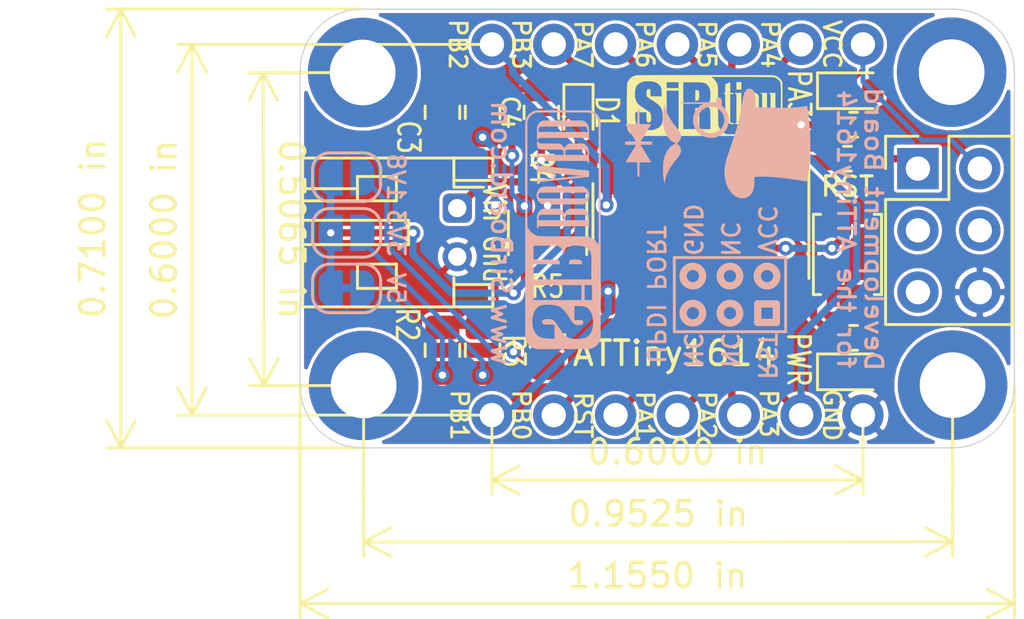
<source format=kicad_pcb>
(kicad_pcb (version 20171130) (host pcbnew "(5.1.2)-2")
  (layers (0 F.Cu signal) (31 B.Cu signal) (34 B.Paste user hide) (35 F.Paste user hide) (36 B.SilkS user) (37 F.SilkS user) (38 B.Mask user) (39 F.Mask user) (44 Edge.Cuts user))
  (net 0 "")
  (net 1 "Net-(PWR1-Pad2)")
  (net 2 VCC)
  (net 3 VIN)
  (net 4 GND)
  (net 5 RST)
  (net 6 "Net-(1V8-Pad2)")
  (net 7 "Net-(1V8-Pad1)")
  (net 8 "Net-(3V3-Pad2)")
  (net 9 "Net-(5V1-Pad1)")
  (net 10 "Net-(C3-Pad1)")
  (net 11 PA1)
  (net 12 PA7)
  (net 13 PA6)
  (net 14 PA2)
  (net 15 PA3)
  (net 16 "Net-(J4-Pad5)")
  (net 17 "Net-(J4-Pad4)")
  (net 18 "Net-(J4-Pad3)")
  (net 19 "Net-(PWR2-Pad2)")
  (net 20 PB2)
  (net 21 PB3)
  (net 22 PA5)
  (net 23 PA4)
  (net 24 PB1)
  (net 25 PB0)
  (module Resistor_SMD:R_0805_2012Metric (layer F.Cu) (at 106.807 112.014 270)
    (fp_text reference R2 (at -1.0668 1.4478 270 unlocked) (layer F.SilkS) (effects (font (size 0.9 0.7) (thickness 0.12))))
    (fp_text value 33K)
    (pad 2 smd roundrect (at 0.9375 0 270) (size 0.975 1.4) (layers F.Cu F.Paste F.Mask) (net 9 "Net-(5V1-Pad1)"))
    (pad 1 smd roundrect (at -0.9375 0 270) (size 0.975 1.4) (layers F.Cu F.Paste F.Mask) (net 2 VCC))
  )
  (module Resistor_SMD:R_0805_2012Metric (layer F.Cu) (at 108.458 112.014 270)
    (fp_text reference R3 (at 0.0254 -1.27 270 unlocked) (layer F.SilkS) (effects (font (size 0.9 0.7) (thickness 0.12))))
    (fp_text value 60K)
    (pad 2 smd roundrect (at 0.9375 0 270) (size 0.975 1.4) (layers F.Cu F.Paste F.Mask) (net 8 "Net-(3V3-Pad2)"))
    (pad 1 smd roundrect (at -0.9375 0 270) (size 0.975 1.4) (layers F.Cu F.Paste F.Mask) (net 2 VCC))
  )
  (module Resistor_SMD:R_0805_2012Metric (layer F.Cu) (at 110.871 102.235 90)
    (fp_text reference R4 (at -2.286 0 270 unlocked) (layer F.SilkS) (effects (font (size 0.9 0.7) (thickness 0.12))))
    (fp_text value 100K)
    (pad 2 smd roundrect (at 0.9375 0 90) (size 0.975 1.4) (layers F.Cu F.Paste F.Mask) (net 4 GND))
    (pad 1 smd roundrect (at -0.9375 0 90) (size 0.975 1.4) (layers F.Cu F.Paste F.Mask) (net 7 "Net-(1V8-Pad1)"))
  )
  (module Capacitor_SMD:C_0805_2012Metric (layer F.Cu) (at 108.458 102.235 90)
    (fp_text reference C4 (at 0 1.143 270 unlocked) (layer F.SilkS) (effects (font (size 0.7 0.7) (thickness 0.12))))
    (fp_text value 1uF)
    (pad 2 smd roundrect (at 0.9375 0 90) (size 0.975 1.4) (layers F.Cu F.Paste F.Mask) (net 4 GND))
    (pad 1 smd roundrect (at -0.9375 0 90) (size 0.975 1.4) (layers F.Cu F.Paste F.Mask) (net 2 VCC))
  )
  (module Capacitor_SMD:C_0805_2012Metric (layer F.Cu) (at 106.807 102.235 90)
    (fp_text reference C3 (at -1.016 -1.397 270 unlocked) (layer F.SilkS) (effects (font (size 0.9 0.7) (thickness 0.12))))
    (fp_text value 2.2uF)
    (pad 2 smd roundrect (at 0.9375 0 90) (size 0.975 1.4) (layers F.Cu F.Paste F.Mask) (net 4 GND))
    (pad 1 smd roundrect (at -0.9375 0 90) (size 0.975 1.4) (layers F.Cu F.Paste F.Mask) (net 10 "Net-(C3-Pad1)"))
  )
  (module Connector_PinHeader_2.54mm:PinHeader_1x07_P2.54mm_Vertical (layer B.Cu) (at 124.079 114.681 90)
    (fp_text reference J3 hide)
    (fp_text value Conn_01x07)
    (pad 7 thru_hole oval (at 0 -15.24 90) (size 1.7 1.7) (drill 1) (layers *.Cu *.Mask) (net 24 PB1))
    (pad 6 thru_hole oval (at 0 -12.7 90) (size 1.7 1.7) (drill 1) (layers *.Cu *.Mask) (net 25 PB0))
    (pad 5 thru_hole oval (at 0 -10.16 90) (size 1.7 1.7) (drill 1) (layers *.Cu *.Mask) (net 5 RST))
    (pad 4 thru_hole oval (at 0 -7.62 90) (size 1.7 1.7) (drill 1) (layers *.Cu *.Mask) (net 11 PA1))
    (pad 3 thru_hole oval (at 0 -5.08 90) (size 1.7 1.7) (drill 1) (layers *.Cu *.Mask) (net 14 PA2))
    (pad 2 thru_hole oval (at 0 -2.54 90) (size 1.7 1.7) (drill 1) (layers *.Cu *.Mask) (net 15 PA3))
    (pad 1 thru_hole circle (at 0 0 90) (size 1.7 1.7) (drill 1) (layers *.Cu *.Mask) (net 4 GND))
  )
  (module Connector_PinHeader_2.54mm:PinHeader_1x07_P2.54mm_Vertical (layer B.Cu) (at 124.079 99.441 90)
    (fp_text reference J1 hide)
    (fp_text value Conn_01x07)
    (pad 7 thru_hole oval (at 0 -15.24 90) (size 1.7 1.7) (drill 1) (layers *.Cu *.Mask) (net 20 PB2))
    (pad 6 thru_hole oval (at 0 -12.7 90) (size 1.7 1.7) (drill 1) (layers *.Cu *.Mask) (net 21 PB3))
    (pad 5 thru_hole oval (at 0 -10.16 90) (size 1.7 1.7) (drill 1) (layers *.Cu *.Mask) (net 12 PA7))
    (pad 4 thru_hole oval (at 0 -7.62 90) (size 1.7 1.7) (drill 1) (layers *.Cu *.Mask) (net 13 PA6))
    (pad 3 thru_hole oval (at 0 -5.08 90) (size 1.7 1.7) (drill 1) (layers *.Cu *.Mask) (net 22 PA5))
    (pad 2 thru_hole oval (at 0 -2.54 90) (size 1.7 1.7) (drill 1) (layers *.Cu *.Mask) (net 23 PA4))
    (pad 1 thru_hole circle (at 0 0 90) (size 1.7 1.7) (drill 1) (layers *.Cu *.Mask) (net 2 VCC))
  )
  (module logo:logo76x107 (layer B.Cu) (at 118.11 103.505 90)
    (fp_text reference G*** hide)
    (fp_text value LOGO hide)
  )
  (module MountingHole:MountingHole_2.7mm_M2.5_ISO7380_Pad (layer F.Cu) (at 103.5685 113.4618 270)
    (fp_text reference REF** hide)
    (fp_text value MountingHole_2.7mm_M2.5_ISO7380_Pad)
    (pad 1 thru_hole circle (at 0 0 270) (size 4.5 4.5) (drill 2.7) (layers *.Cu *.Mask))
  )
  (module MountingHole:MountingHole_2.7mm_M2.5_ISO7380_Pad (layer F.Cu) (at 103.5304 100.5967 270)
    (fp_text reference REF** hide)
    (fp_text value MountingHole_2.7mm_M2.5_ISO7380_Pad)
    (pad 1 thru_hole circle (at 0 0 270) (size 4.5 4.5) (drill 2.7) (layers *.Cu *.Mask))
  )
  (module Package_SO:SOIC-14_3.9x8.7mm_P1.27mm (layer F.Cu) (at 117.4242 107.1118 270)
    (fp_text reference ATTiny1614 (at 5.0292 1.0922) (layer F.SilkS))
    (fp_text value ATtiny1614-SS)
    (pad 14 smd roundrect (at 2.475 -3.81 270) (size 1.95 0.6) (layers F.Cu F.Paste F.Mask) (net 4 GND))
    (pad 13 smd roundrect (at 2.475 -2.54 270) (size 1.95 0.6) (layers F.Cu F.Paste F.Mask) (net 15 PA3))
    (pad 12 smd roundrect (at 2.475 -1.27 270) (size 1.95 0.6) (layers F.Cu F.Paste F.Mask) (net 14 PA2))
    (pad 11 smd roundrect (at 2.475 0 270) (size 1.95 0.6) (layers F.Cu F.Paste F.Mask) (net 11 PA1))
    (pad 10 smd roundrect (at 2.475 1.27 270) (size 1.95 0.6) (layers F.Cu F.Paste F.Mask) (net 5 RST))
    (pad 9 smd roundrect (at 2.475 2.54 270) (size 1.95 0.6) (layers F.Cu F.Paste F.Mask) (net 25 PB0))
    (pad 8 smd roundrect (at 2.475 3.81 270) (size 1.95 0.6) (layers F.Cu F.Paste F.Mask) (net 24 PB1))
    (pad 7 smd roundrect (at -2.475 3.81 270) (size 1.95 0.6) (layers F.Cu F.Paste F.Mask) (net 20 PB2))
    (pad 6 smd roundrect (at -2.475 2.54 270) (size 1.95 0.6) (layers F.Cu F.Paste F.Mask) (net 21 PB3))
    (pad 5 smd roundrect (at -2.475 1.27 270) (size 1.95 0.6) (layers F.Cu F.Paste F.Mask) (net 12 PA7))
    (pad 4 smd roundrect (at -2.475 0 270) (size 1.95 0.6) (layers F.Cu F.Paste F.Mask) (net 13 PA6))
    (pad 3 smd roundrect (at -2.475 -1.27 270) (size 1.95 0.6) (layers F.Cu F.Paste F.Mask) (net 22 PA5))
    (pad 2 smd roundrect (at -2.475 -2.54 270) (size 1.95 0.6) (layers F.Cu F.Paste F.Mask) (net 23 PA4))
    (pad 1 smd roundrect (at -2.475 -3.81 270) (size 1.95 0.6) (layers F.Cu F.Paste F.Mask) (net 2 VCC))
  )
  (module Jumper:SolderJumper-2_P1.3mm_Bridged_RoundedPad1.0x1.5mm (layer B.Cu) (at 102.87 109.474 180)
    (fp_text reference 5V (at -2.032 0 270 unlocked) (layer B.SilkS) (effects (font (size 0.7 0.7) (thickness 0.12)) (justify mirror)))
    (fp_text value SolderJumper_2_Bridged)
    (fp_poly (pts (xy 0.25 0.1778) (xy -0.25 0.1778) (xy -0.25 -0.1524) (xy 0.25 -0.1524)) (layer B.Cu) (width 0))
    (pad 1 smd custom (at -0.65 0 180) (size 1 0.5) (layers B.Cu B.Mask) (net 9 "Net-(5V1-Pad1)") (options (clearance outline) (anchor rect)) (primitives (gr_circle (center 0 -0.25) (end 0.5 -0.25) (width 0)) (gr_circle (center 0 0.25) (end 0.5 0.25) (width 0)) (gr_poly (pts (xy 0 0.75) (xy 0.5 0.75) (xy 0.5 -0.75) (xy 0 -0.75)) (width 0))))
    (pad 2 smd custom (at 0.65 0 180) (size 1 0.5) (layers B.Cu B.Mask) (net 7 "Net-(1V8-Pad1)") (options (clearance outline) (anchor rect)) (primitives (gr_circle (center 0 -0.25) (end 0.5 -0.25) (width 0)) (gr_circle (center 0 0.25) (end 0.5 0.25) (width 0)) (gr_poly (pts (xy 0 0.75) (xy -0.5 0.75) (xy -0.5 -0.75) (xy 0 -0.75)) (width 0))))
  )
  (module Connector_PinHeader_2.54mm:PinHeader_2x03_P2.54mm_Vertical (layer F.Cu) (at 126.3396 104.5464)
    (fp_text reference J4 hide)
    (fp_text value ISP6)
    (pad 6 thru_hole oval (at 2.54 5.08) (size 1.7 1.7) (drill 1) (layers *.Cu *.Mask) (net 4 GND))
    (pad 5 thru_hole oval (at 0 5.08) (size 1.7 1.7) (drill 1) (layers *.Cu *.Mask) (net 16 "Net-(J4-Pad5)"))
    (pad 4 thru_hole oval (at 2.54 2.54) (size 1.7 1.7) (drill 1) (layers *.Cu *.Mask) (net 17 "Net-(J4-Pad4)"))
    (pad 3 thru_hole oval (at 0 2.54) (size 1.7 1.7) (drill 1) (layers *.Cu *.Mask) (net 18 "Net-(J4-Pad3)"))
    (pad 2 thru_hole oval (at 2.54 0) (size 1.7 1.7) (drill 1) (layers *.Cu *.Mask) (net 2 VCC))
    (pad 1 thru_hole rect (at 0 0) (size 1.7 1.7) (drill 1) (layers *.Cu *.Mask) (net 5 RST))
  )
  (module Resistor_SMD:R_0603_1608Metric (layer F.Cu) (at 123.698 102.743)
    (fp_text reference R6 hide)
    (fp_text value 1k)
    (pad 2 smd roundrect (at 0.7875 0) (size 0.875 0.95) (layers F.Cu F.Paste F.Mask) (net 19 "Net-(PWR2-Pad2)"))
    (pad 1 smd roundrect (at -0.7875 0) (size 0.875 0.95) (layers F.Cu F.Paste F.Mask) (net 15 PA3))
  )
  (module LED_SMD:LED_0603_1608Metric (layer F.Cu) (at 123.698 101.346)
    (fp_text reference PA3 (at -2.2352 0.127 270 unlocked) (layer F.SilkS) (effects (font (size 0.9 0.7) (thickness 0.12))))
    (fp_text value SFH460)
    (pad 1 smd roundrect (at -0.7875 0) (size 0.875 0.95) (layers F.Cu F.Paste F.Mask) (net 4 GND))
    (pad 2 smd roundrect (at 0.7875 0) (size 0.875 0.95) (layers F.Cu F.Paste F.Mask) (net 19 "Net-(PWR2-Pad2)"))
  )
  (module Connector_JST:JST_PH_S2B-PH-K_1x02_P2.00mm_Horizontal (layer F.Cu) (at 107.4166 106.172 270)
    (fp_text reference "Vin Gnd" (at 1.0414 -1.524 270 unlocked) (layer F.SilkS) (effects (font (size 0.9 0.7) (thickness 0.12))))
    (fp_text value Conn_01x02)
    (pad 2 thru_hole circle (at 2 0 270) (size 1.2 1.2) (drill 0.75) (layers *.Cu *.Mask) (net 4 GND))
    (pad 1 thru_hole roundrect (at 0 0 270) (size 1.2 1.2) (drill 0.75) (layers *.Cu *.Mask) (roundrect_rratio 0.208) (net 3 VIN))
  )
  (module Package_TO_SOT_SMD:SOT-23-5 (layer F.Cu) (at 111.125 107.188 270)
    (fp_text reference U1 hide)
    (fp_text value AP2204K-ADJ)
    (pad 5 smd rect (at 1.1 -0.95 270) (size 1.06 0.65) (layers F.Cu F.Paste F.Mask) (net 2 VCC))
    (pad 4 smd rect (at 1.1 0.95 270) (size 1.06 0.65) (layers F.Cu F.Paste F.Mask) (net 7 "Net-(1V8-Pad1)"))
    (pad 3 smd rect (at -1.1 0.95 270) (size 1.06 0.65) (layers F.Cu F.Paste F.Mask) (net 10 "Net-(C3-Pad1)"))
    (pad 2 smd rect (at -1.1 0 270) (size 1.06 0.65) (layers F.Cu F.Paste F.Mask) (net 4 GND))
    (pad 1 smd rect (at -1.1 -0.95 270) (size 1.06 0.65) (layers F.Cu F.Paste F.Mask) (net 10 "Net-(C3-Pad1)"))
  )
  (module MountingHole:MountingHole_2.7mm_M2.5_ISO7380_Pad (layer F.Cu) (at 127.7239 100.584 270)
    (fp_text reference REF** hide)
    (fp_text value MountingHole_2.7mm_M2.5_ISO7380_Pad)
    (pad 1 thru_hole circle (at 0 0 270) (size 4.5 4.5) (drill 2.7) (layers *.Cu *.Mask))
  )
  (module MountingHole:MountingHole_2.7mm_M2.5_ISO7380_Pad (layer F.Cu) (at 127.762 113.4491 270)
    (fp_text reference REF** hide)
    (fp_text value MountingHole_2.7mm_M2.5_ISO7380_Pad)
    (pad 1 thru_hole circle (at 0 0 270) (size 4.5 4.5) (drill 2.7) (layers *.Cu *.Mask))
  )
  (module Button_Switch_SMD:SW_SPST_B3U-1000P (layer F.Cu) (at 123.444 108.077 270)
    (fp_text reference RST (at -2.794 0) (layer F.SilkS) (effects (font (size 0.8 0.8) (thickness 0.13))))
    (fp_text value RST)
    (pad 2 smd rect (at 1.7 0 270) (size 0.9 1.7) (layers F.Cu F.Paste F.Mask) (net 4 GND))
    (pad 1 smd rect (at -1.7 0 270) (size 0.9 1.7) (layers F.Cu F.Paste F.Mask) (net 5 RST))
  )
  (module Resistor_SMD:R_0603_1608Metric (layer F.Cu) (at 123.698 111.506)
    (fp_text reference R7 hide)
    (fp_text value 1k)
    (pad 2 smd roundrect (at 0.7875 0) (size 0.875 0.95) (layers F.Cu F.Paste F.Mask) (net 1 "Net-(PWR1-Pad2)"))
    (pad 1 smd roundrect (at -0.7875 0) (size 0.875 0.95) (layers F.Cu F.Paste F.Mask) (net 2 VCC))
  )
  (module Resistor_SMD:R_0805_2012Metric_Pad1.15x1.40mm_HandSolder (layer F.Cu) (at 111.125 111.633 270)
    (fp_text reference R5 (at -2.2352 0 unlocked) (layer F.SilkS) (effects (font (size 0.9 0.7) (thickness 0.12))))
    (fp_text value 220K)
    (pad 2 smd roundrect (at 1.025 0 270) (size 1.15 1.4) (layers F.Cu F.Paste F.Mask) (roundrect_rratio 0.217391) (net 6 "Net-(1V8-Pad2)"))
    (pad 1 smd roundrect (at -1.025 0 270) (size 1.15 1.4) (layers F.Cu F.Paste F.Mask) (roundrect_rratio 0.217391) (net 2 VCC))
  )
  (module Resistor_SMD:R_0603_1608Metric (layer F.Cu) (at 123.444 104.14 180)
    (fp_text reference R1 hide)
    (fp_text value 10k)
    (pad 2 smd roundrect (at 0.7875 0 180) (size 0.875 0.95) (layers F.Cu F.Paste F.Mask) (net 2 VCC))
    (pad 1 smd roundrect (at -0.7875 0 180) (size 0.875 0.95) (layers F.Cu F.Paste F.Mask) (net 5 RST))
  )
  (module LED_SMD:LED_0603_1608Metric (layer F.Cu) (at 123.698 112.903)
    (fp_text reference PWR (at -2.2606 -0.508 270 unlocked) (layer F.SilkS) (effects (font (size 0.9 0.7) (thickness 0.12))))
    (fp_text value SFH460)
    (pad 2 smd roundrect (at 0.7875 0) (size 0.875 0.95) (layers F.Cu F.Paste F.Mask) (net 1 "Net-(PWR1-Pad2)"))
    (pad 1 smd roundrect (at -0.7875 0) (size 0.875 0.95) (layers F.Cu F.Paste F.Mask) (net 4 GND))
  )
  (module Diode_SMD:D_SOD-523 (layer F.Cu) (at 112.395 102.235 270)
    (fp_text reference D1 (at 0 -1.1684 270 unlocked) (layer F.SilkS) (effects (font (size 0.9 0.7) (thickness 0.12))))
    (fp_text value 1N4148WT)
    (pad 1 smd rect (at -0.7 0 90) (size 0.6 0.7) (layers F.Cu F.Paste F.Mask) (net 10 "Net-(C3-Pad1)"))
    (pad 2 smd rect (at 0.7 0 90) (size 0.6 0.7) (layers F.Cu F.Paste F.Mask) (net 3 VIN))
  )
  (module Jumper:SolderJumper-2_P1.3mm_Open_RoundedPad1.0x1.5mm (layer B.Cu) (at 102.87 107.188)
    (fp_text reference 3V3 (at 2.032 0 270 unlocked) (layer B.SilkS) (effects (font (size 0.7 0.7) (thickness 0.12)) (justify mirror)))
    (fp_text value SolderJumper_2_Open)
    (pad 2 smd custom (at 0.65 0) (size 1 0.5) (layers B.Cu B.Mask) (net 8 "Net-(3V3-Pad2)") (options (clearance outline) (anchor rect)) (primitives (gr_circle (center 0 -0.25) (end 0.5 -0.25) (width 0)) (gr_circle (center 0 0.25) (end 0.5 0.25) (width 0)) (gr_poly (pts (xy 0 0.75) (xy -0.5 0.75) (xy -0.5 -0.75) (xy 0 -0.75)) (width 0))))
    (pad 1 smd custom (at -0.65 0) (size 1 0.5) (layers B.Cu B.Mask) (net 7 "Net-(1V8-Pad1)") (options (clearance outline) (anchor rect)) (primitives (gr_circle (center 0 -0.25) (end 0.5 -0.25) (width 0)) (gr_circle (center 0 0.25) (end 0.5 0.25) (width 0)) (gr_poly (pts (xy 0 0.75) (xy 0.5 0.75) (xy 0.5 -0.75) (xy 0 -0.75)) (width 0))))
  )
  (module Jumper:SolderJumper-2_P1.3mm_Open_RoundedPad1.0x1.5mm (layer B.Cu) (at 102.87 104.902)
    (fp_text reference 1V8 (at 2.032 0 270 unlocked) (layer B.SilkS) (effects (font (size 0.7 0.7) (thickness 0.12)) (justify mirror)))
    (fp_text value SolderJumper_2_Open)
    (pad 2 smd custom (at 0.65 0) (size 1 0.5) (layers B.Cu B.Mask) (net 6 "Net-(1V8-Pad2)") (options (clearance outline) (anchor rect)) (primitives (gr_circle (center 0 -0.25) (end 0.5 -0.25) (width 0)) (gr_circle (center 0 0.25) (end 0.5 0.25) (width 0)) (gr_poly (pts (xy 0 0.75) (xy -0.5 0.75) (xy -0.5 -0.75) (xy 0 -0.75)) (width 0))))
    (pad 1 smd custom (at -0.65 0) (size 1 0.5) (layers B.Cu B.Mask) (net 7 "Net-(1V8-Pad1)") (options (clearance outline) (anchor rect)) (primitives (gr_circle (center 0 -0.25) (end 0.5 -0.25) (width 0)) (gr_circle (center 0 0.25) (end 0.5 0.25) (width 0)) (gr_poly (pts (xy 0 0.75) (xy 0.5 0.75) (xy 0.5 -0.75) (xy 0 -0.75)) (width 0))))
  )
  (module logo:SirBoard98x31 (layer B.Cu) (at 111.76 107.061 90)
    (fp_text reference G*** hide)
    (fp_text value LOGO hide)
  )
  (module logo:SirTinyV2_64x25 (layer F.Cu) (at 117.5766 101.9556)
    (fp_text reference G*** hide)
    (fp_text value LOGO hide)
  )
  (dimension 15.24 (width 0.12) (layer F.SilkS) (gr_text "15.240 mm" (at 95.25 107.061 270) (layer F.SilkS) (effects (font (size 1 1) (thickness 0.15)) hide)) (feature1 (pts (xy 108.839 114.681) (xy 95.933579 114.681))) (feature2 (pts (xy 108.839 99.441) (xy 95.933579 99.441))) (crossbar (pts (xy 96.52 99.441) (xy 96.52 114.681))) (arrow1a (pts (xy 96.52 114.681) (xy 95.933579 113.554496))) (arrow1b (pts (xy 96.52 114.681) (xy 97.106421 113.554496))) (arrow2a (pts (xy 96.52 99.441) (xy 95.933579 100.567504))) (arrow2b (pts (xy 96.52 99.441) (xy 97.106421 100.567504))))
  (dimension 12.865156 (width 0.12) (layer F.SilkS) (gr_text "12.865 mm" (at 98.190023 107.045122 270.2) (layer F.SilkS) (effects (font (size 1 1) (thickness 0.15)) hide)) (feature1 (pts (xy 103.5685 113.4618) (xy 98.892649 113.475648))) (feature2 (pts (xy 103.5304 100.5967) (xy 98.854549 100.610548))) (crossbar (pts (xy 99.440967 100.608811) (xy 99.479067 113.473911))) (arrow1a (pts (xy 99.479067 113.473911) (xy 98.889313 112.349149))) (arrow1b (pts (xy 99.479067 113.473911) (xy 100.062149 112.345676))) (arrow2a (pts (xy 99.440967 100.608811) (xy 98.857885 101.737046))) (arrow2b (pts (xy 99.440967 100.608811) (xy 100.030721 101.733573))))
  (dimension 18.034 (width 0.12) (layer F.SilkS) (gr_text "18.034 mm" (at 92.329 107.0102 270) (layer F.SilkS) (effects (font (size 1 1) (thickness 0.15)) hide)) (feature1 (pts (xy 103.505 116.0272) (xy 93.012579 116.0272))) (feature2 (pts (xy 103.505 97.9932) (xy 93.012579 97.9932))) (crossbar (pts (xy 93.599 97.9932) (xy 93.599 116.0272))) (arrow1a (pts (xy 93.599 116.0272) (xy 93.012579 114.900696))) (arrow1b (pts (xy 93.599 116.0272) (xy 94.185421 114.900696))) (arrow2a (pts (xy 93.599 97.9932) (xy 93.012579 99.119704))) (arrow2b (pts (xy 93.599 97.9932) (xy 94.185421 99.119704))))
  (dimension 29.337 (width 0.12) (layer F.SilkS) (gr_text "29.337 mm" (at 115.6335 123.698) (layer F.SilkS) (effects (font (size 1 1) (thickness 0.15)) hide)) (feature1 (pts (xy 130.302 113.4872) (xy 130.302 123.014421))) (feature2 (pts (xy 100.965 113.4872) (xy 100.965 123.014421))) (crossbar (pts (xy 100.965 122.428) (xy 130.302 122.428))) (arrow1a (pts (xy 130.302 122.428) (xy 129.175496 123.014421))) (arrow1b (pts (xy 130.302 122.428) (xy 129.175496 121.841579))) (arrow2a (pts (xy 100.965 122.428) (xy 102.091504 123.014421))) (arrow2b (pts (xy 100.965 122.428) (xy 102.091504 121.841579))))
  (dimension 24.193503 (width 0.12) (layer F.SilkS) (gr_text "24.194 mm" (at 115.669297 121.163681) (layer F.SilkS) (effects (font (size 1 1) (thickness 0.15)) hide)) (feature1 (pts (xy 127.762 113.4491) (xy 127.765687 120.473752))) (feature2 (pts (xy 103.5685 113.4618) (xy 103.572187 120.486452))) (crossbar (pts (xy 103.57188 119.900031) (xy 127.76538 119.887331))) (arrow1a (pts (xy 127.76538 119.887331) (xy 126.639184 120.474343))) (arrow1b (pts (xy 127.76538 119.887331) (xy 126.638569 119.301502))) (arrow2a (pts (xy 103.57188 119.900031) (xy 104.698691 120.48586))) (arrow2b (pts (xy 103.57188 119.900031) (xy 104.698076 119.313019))))
  (dimension 15.24 (width 0.12) (layer F.SilkS) (gr_text "15.240 mm" (at 116.459 118.618) (layer F.SilkS) (effects (font (size 1 1) (thickness 0.15)) hide)) (feature1 (pts (xy 124.079 114.681) (xy 124.079 117.934421))) (feature2 (pts (xy 108.839 114.681) (xy 108.839 117.934421))) (crossbar (pts (xy 108.839 117.348) (xy 124.079 117.348))) (arrow1a (pts (xy 124.079 117.348) (xy 122.952496 117.934421))) (arrow1b (pts (xy 124.079 117.348) (xy 122.952496 116.761579))) (arrow2a (pts (xy 108.839 117.348) (xy 109.965504 117.934421))) (arrow2b (pts (xy 108.839 117.348) (xy 109.965504 116.761579))))
  (gr_line (start 116.332 108.204) (end 120.904 108.204) (layer B.SilkS) (width 0.12))
  (gr_line (start 116.332 111.252) (end 116.332 108.204) (layer B.SilkS) (width 0.12))
  (gr_line (start 120.904 111.252) (end 116.332 111.252) (layer B.SilkS) (width 0.12))
  (gr_line (start 120.904 108.204) (end 120.904 111.252) (layer B.SilkS) (width 0.12))
  (gr_text "UPDI PORT" (at 115.57 109.728 270) (layer B.SilkS) (effects (font (size 0.7 0.7) (thickness 0.12)) (justify mirror)))
  (gr_text NC (at 118.618 112.014 270) (layer B.SilkS) (effects (font (size 0.7 0.7) (thickness 0.12)) (justify mirror)))
  (gr_text NC (at 117.094 112.014 270) (layer B.SilkS) (effects (font (size 0.7 0.7) (thickness 0.12)) (justify mirror)))
  (gr_text NC (at 118.618 107.442 270) (layer B.SilkS) (effects (font (size 0.7 0.7) (thickness 0.12)) (justify mirror)))
  (gr_text GND (at 117.094 107.061 270) (layer B.SilkS) (effects (font (size 0.7 0.7) (thickness 0.12)) (justify mirror)))
  (gr_text VCC (at 120.142 107.061 270) (layer B.SilkS) (effects (font (size 0.7 0.7) (thickness 0.12)) (justify mirror)))
  (gr_text RST (at 120.142 112.268 270) (layer B.SilkS) (effects (font (size 0.7 0.7) (thickness 0.12)) (justify mirror)))
  (gr_line (start 119.761 110.109) (end 120.523 110.109) (layer B.SilkS) (width 0.3))
  (gr_line (start 119.761 110.871) (end 119.761 110.109) (layer B.SilkS) (width 0.3))
  (gr_line (start 120.523 110.871) (end 119.761 110.871) (layer B.SilkS) (width 0.3))
  (gr_line (start 120.523 110.109) (end 120.523 110.871) (layer B.SilkS) (width 0.3))
  (gr_circle (center 117.094 110.49) (end 117.094 110.891609) (layer B.SilkS) (width 0.3))
  (gr_circle (center 118.618 110.49) (end 118.618 110.891609) (layer B.SilkS) (width 0.3))
  (gr_circle (center 118.618 108.966) (end 118.618 109.367609) (layer B.SilkS) (width 0.3))
  (gr_circle (center 117.094 108.966) (end 117.094 109.367609) (layer B.SilkS) (width 0.3))
  (gr_circle (center 120.142 108.966) (end 120.142 109.367609) (layer B.SilkS) (width 0.3))
  (gr_text PA4 (at 120.269 99.441 270) (layer F.SilkS) (effects (font (size 0.7 0.7) (thickness 0.12))))
  (gr_text PA5 (at 117.6655 99.441 270) (layer F.SilkS) (effects (font (size 0.7 0.7) (thickness 0.12))))
  (gr_text PB3 (at 110.0455 99.441 270) (layer F.SilkS) (effects (font (size 0.7 0.7) (thickness 0.12))))
  (gr_text PB2 (at 107.442 99.441 270) (layer F.SilkS) (effects (font (size 0.7 0.7) (thickness 0.12))))
  (gr_text PB1 (at 107.5055 114.681 270) (layer F.SilkS) (effects (font (size 0.7 0.7) (thickness 0.12))))
  (gr_text PB0 (at 110.0455 114.681 270) (layer F.SilkS) (effects (font (size 0.7 0.7) (thickness 0.12))))
  (gr_text "Development Board\nfor the ATTiny1614" (at 123.952 107.0356 270) (layer B.SilkS) (effects (font (size 0.7 0.8) (thickness 0.13)) (justify mirror)))
  (gr_text www.SirBoard.com (at 109.22 107.188 270) (layer B.SilkS) (effects (font (size 0.8 0.8) (thickness 0.13)) (justify mirror)))
  (gr_text RST (at 112.5855 114.681 270) (layer F.SilkS) (effects (font (size 0.7 0.7) (thickness 0.12))))
  (gr_text PA6 (at 115.1255 99.441 270) (layer F.SilkS) (effects (font (size 0.7 0.7) (thickness 0.12))))
  (gr_text PA7 (at 112.5855 99.441 270) (layer F.SilkS) (effects (font (size 0.7 0.7) (thickness 0.12))))
  (gr_text GND (at 122.809 114.681 270) (layer F.SilkS) (effects (font (size 0.7 0.7) (thickness 0.12))))
  (gr_text PA1 (at 115.1255 114.681 270) (layer F.SilkS) (effects (font (size 0.7 0.7) (thickness 0.12))))
  (gr_text PA3 (at 120.2055 114.6175 270) (layer F.SilkS) (effects (font (size 0.7 0.7) (thickness 0.12))))
  (gr_text PA2 (at 117.6655 114.681 270) (layer F.SilkS) (effects (font (size 0.7 0.7) (thickness 0.12))))
  (gr_text VCC (at 122.809 99.441 270) (layer F.SilkS) (effects (font (size 0.7 0.7) (thickness 0.12))))
  (gr_line (start 130.302 113.4872) (end 130.302 100.5332) (layer Edge.Cuts) (width 0.05))
  (gr_arc (start 103.505 113.4872) (end 100.965 113.4872) (angle -90) (layer Edge.Cuts) (width 0.05))
  (gr_line (start 100.965 100.5332) (end 100.965 113.4872) (layer Edge.Cuts) (width 0.05))
  (gr_arc (start 103.505 100.5332) (end 103.505 97.9932) (angle -90) (layer Edge.Cuts) (width 0.05))
  (gr_arc (start 127.762 100.5332) (end 130.302 100.5332) (angle -90) (layer Edge.Cuts) (width 0.05))
  (gr_arc (start 127.762 113.4872) (end 127.762 116.0272) (angle -90) (layer Edge.Cuts) (width 0.05))
  (gr_line (start 127.762 97.9932) (end 103.505 97.9932) (layer Edge.Cuts) (width 0.05))
  (gr_line (start 127.762 116.0272) (end 103.505 116.0272) (layer Edge.Cuts) (width 0.05))
  (segment (start 124.4855 111.506) (end 124.4855 112.903) (width 0.3) (layer F.Cu) (net 1))
  (segment (start 121.2342 104.6368) (end 121.2342 106.8832) (width 0.3) (layer F.Cu) (net 2))
  (segment (start 121.2342 106.8832) (end 122.047 107.696) (width 0.3) (layer F.Cu) (net 2))
  (segment (start 122.047 110.6425) (end 122.9105 111.506) (width 0.3) (layer F.Cu) (net 2))
  (segment (start 122.047 107.696) (end 122.047 110.6425) (width 0.3) (layer F.Cu) (net 2))
  (segment (start 121.731 104.14) (end 121.2342 104.6368) (width 0.3) (layer F.Cu) (net 2))
  (segment (start 122.6565 104.14) (end 121.731 104.14) (width 0.3) (layer F.Cu) (net 2))
  (segment (start 124.079 99.441) (end 123.698 99.822) (width 0.3) (layer F.Cu) (net 2))
  (segment (start 122.809 104.14) (end 122.6565 104.14) (width 0.2) (layer F.Cu) (net 2))
  (segment (start 123.698 103.251) (end 122.809 104.14) (width 0.2) (layer F.Cu) (net 2))
  (segment (start 123.698 100.872) (end 123.698 103.251) (width 0.2) (layer F.Cu) (net 2))
  (segment (start 124.079 99.441) (end 124.079 100.491) (width 0.2) (layer F.Cu) (net 2))
  (segment (start 124.079 100.491) (end 123.698 100.872) (width 0.2) (layer F.Cu) (net 2))
  (segment (start 128.029601 103.696401) (end 128.8796 104.5464) (width 0.2) (layer B.Cu) (net 2))
  (segment (start 127.7112 103.378) (end 128.029601 103.696401) (width 0.2) (layer B.Cu) (net 2))
  (segment (start 126.492 103.378) (end 127.7112 103.378) (width 0.2) (layer B.Cu) (net 2))
  (segment (start 124.079 99.441) (end 124.079 100.965) (width 0.2) (layer B.Cu) (net 2))
  (segment (start 124.079 100.965) (end 126.492 103.378) (width 0.2) (layer B.Cu) (net 2))
  (segment (start 121.2342 106.8832) (end 114.0968 106.8832) (width 0.3) (layer F.Cu) (net 2))
  (segment (start 112.7 108.288) (end 112.075 108.288) (width 0.3) (layer F.Cu) (net 2))
  (segment (start 114.0968 106.8912) (end 112.7 108.288) (width 0.3) (layer F.Cu) (net 2))
  (segment (start 114.0968 106.8832) (end 114.0968 106.8912) (width 0.3) (layer F.Cu) (net 2))
  (segment (start 112.075 109.912) (end 110.998 110.989) (width 0.3) (layer F.Cu) (net 2))
  (segment (start 112.075 108.288) (end 112.075 109.912) (width 0.3) (layer F.Cu) (net 2))
  (segment (start 106.807 110.989) (end 110.998 110.989) (width 0.3) (layer F.Cu) (net 2))
  (via (at 108.966 106.045) (size 0.6) (drill 0.3) (layers F.Cu B.Cu) (net 2))
  (via (at 108.458 103.26) (size 0.6) (drill 0.3) (layers F.Cu B.Cu) (net 2))
  (segment (start 108.966 106.045) (end 108.966 103.768) (width 0.3) (layer B.Cu) (net 2))
  (segment (start 108.966 103.768) (end 108.458 103.26) (width 0.3) (layer B.Cu) (net 2))
  (segment (start 108.966 110.481) (end 108.966 106.045) (width 0.3) (layer F.Cu) (net 2))
  (segment (start 108.458 110.989) (end 108.966 110.481) (width 0.3) (layer F.Cu) (net 2))
  (segment (start 108.4961 105.0925) (end 107.4166 106.172) (width 0.3) (layer F.Cu) (net 3))
  (segment (start 111.76 105.0925) (end 108.4961 105.0925) (width 0.3) (layer F.Cu) (net 3))
  (segment (start 112.395 102.935) (end 112.395 104.4575) (width 0.3) (layer F.Cu) (net 3))
  (segment (start 112.395 104.4575) (end 111.76 105.0925) (width 0.3) (layer F.Cu) (net 3))
  (via (at 111.125 106.0704) (size 0.6) (drill 0.3) (layers F.Cu B.Cu) (net 4))
  (segment (start 116.1542 112.4458) (end 113.919 114.681) (width 0.3) (layer F.Cu) (net 5))
  (segment (start 116.1542 109.5868) (end 116.1542 112.4458) (width 0.3) (layer F.Cu) (net 5))
  (segment (start 125.9332 104.14) (end 126.3396 104.5464) (width 0.3) (layer F.Cu) (net 5))
  (segment (start 124.2315 104.14) (end 125.9332 104.14) (width 0.3) (layer F.Cu) (net 5))
  (segment (start 124.2315 105.5895) (end 123.444 106.377) (width 0.3) (layer F.Cu) (net 5))
  (segment (start 124.2315 104.14) (end 124.2315 105.5895) (width 0.3) (layer F.Cu) (net 5))
  (segment (start 116.1542 109.5868) (end 116.1542 108.5088) (width 0.3) (layer F.Cu) (net 5))
  (via (at 120.904 107.823) (size 0.6) (drill 0.3) (layers F.Cu B.Cu) (net 5))
  (segment (start 116.1542 108.5088) (end 116.84 107.823) (width 0.3) (layer F.Cu) (net 5))
  (segment (start 116.84 107.823) (end 120.904 107.823) (width 0.3) (layer F.Cu) (net 5))
  (via (at 122.809 107.823) (size 0.6) (drill 0.3) (layers F.Cu B.Cu) (net 5))
  (segment (start 120.904 107.823) (end 122.809 107.823) (width 0.3) (layer B.Cu) (net 5))
  (segment (start 123.444 107.188) (end 122.809 107.823) (width 0.3) (layer F.Cu) (net 5))
  (segment (start 123.444 106.377) (end 123.444 107.188) (width 0.3) (layer F.Cu) (net 5))
  (via (at 109.728 112.0775) (size 0.6) (drill 0.3) (layers F.Cu B.Cu) (net 6))
  (segment (start 104.521 105.903) (end 103.52 104.902) (width 0.2) (layer B.Cu) (net 6))
  (segment (start 104.521 107.696) (end 104.521 105.903) (width 0.2) (layer B.Cu) (net 6))
  (segment (start 109.728 112.0775) (end 108.9025 112.0775) (width 0.2) (layer B.Cu) (net 6))
  (segment (start 108.9025 112.0775) (end 104.521 107.696) (width 0.2) (layer B.Cu) (net 6))
  (segment (start 110.3085 112.658) (end 109.728 112.0775) (width 0.2) (layer F.Cu) (net 6))
  (segment (start 111.125 112.658) (end 110.3085 112.658) (width 0.2) (layer F.Cu) (net 6))
  (segment (start 102.22 104.902) (end 102.22 109.474) (width 0.3) (layer B.Cu) (net 7))
  (via (at 109.728 109.6645) (size 0.6) (drill 0.3) (layers F.Cu B.Cu) (net 7))
  (segment (start 110.175 108.288) (end 110.175 109.2175) (width 0.3) (layer F.Cu) (net 7))
  (segment (start 110.175 109.2175) (end 109.728 109.6645) (width 0.3) (layer F.Cu) (net 7))
  (segment (start 109.728 109.6645) (end 107.188 109.6645) (width 0.3) (layer B.Cu) (net 7))
  (segment (start 107.188 109.6645) (end 105.6005 108.077) (width 0.3) (layer B.Cu) (net 7))
  (via (at 105.6005 107.188) (size 0.6) (drill 0.3) (layers F.Cu B.Cu) (net 7))
  (segment (start 105.6005 108.077) (end 105.6005 107.188) (width 0.3) (layer B.Cu) (net 7))
  (via (at 102.22 107.188) (size 0.6) (drill 0.3) (layers F.Cu B.Cu) (net 7))
  (segment (start 105.6005 107.188) (end 102.22 107.188) (width 0.3) (layer F.Cu) (net 7))
  (via (at 110.871 104.2035) (size 0.6) (drill 0.3) (layers F.Cu B.Cu) (net 7))
  (segment (start 110.871 103.26) (end 110.871 104.2035) (width 0.3) (layer F.Cu) (net 7))
  (segment (start 111.9378 107.4547) (end 109.728 109.6645) (width 0.3) (layer B.Cu) (net 7))
  (segment (start 110.871 104.2035) (end 111.9378 105.2703) (width 0.3) (layer B.Cu) (net 7))
  (segment (start 111.9378 105.2703) (end 111.9378 107.4547) (width 0.3) (layer B.Cu) (net 7))
  (via (at 108.458 113.039) (size 0.6) (drill 0.3) (layers F.Cu B.Cu) (net 8))
  (segment (start 108.458 112.4585) (end 108.458 113.039) (width 0.2) (layer B.Cu) (net 8))
  (segment (start 103.52 107.188) (end 103.52 107.5205) (width 0.2) (layer B.Cu) (net 8))
  (segment (start 103.52 107.5205) (end 108.458 112.4585) (width 0.2) (layer B.Cu) (net 8))
  (via (at 106.807 113.039) (size 0.6) (drill 0.3) (layers F.Cu B.Cu) (net 9))
  (segment (start 106.807 111.506) (end 106.807 113.039) (width 0.2) (layer B.Cu) (net 9))
  (segment (start 103.52 109.474) (end 104.775 109.474) (width 0.2) (layer B.Cu) (net 9))
  (segment (start 104.775 109.474) (end 106.807 111.506) (width 0.2) (layer B.Cu) (net 9))
  (segment (start 110.175 106.746) (end 110.175 106.088) (width 0.3) (layer F.Cu) (net 10))
  (segment (start 110.617 107.188) (end 110.175 106.746) (width 0.3) (layer F.Cu) (net 10))
  (segment (start 111.76 107.188) (end 110.617 107.188) (width 0.3) (layer F.Cu) (net 10))
  (segment (start 112.075 106.088) (end 112.075 106.873) (width 0.3) (layer F.Cu) (net 10))
  (segment (start 112.075 106.873) (end 111.76 107.188) (width 0.3) (layer F.Cu) (net 10))
  (via (at 109.6645 104.013) (size 0.6) (drill 0.3) (layers F.Cu B.Cu) (net 10))
  (via (at 110.175 106.088) (size 0.6) (drill 0.3) (layers F.Cu B.Cu) (net 10))
  (segment (start 109.6645 104.013) (end 109.6645 105.5775) (width 0.2) (layer B.Cu) (net 10))
  (segment (start 109.6645 105.5775) (end 110.175 106.088) (width 0.2) (layer B.Cu) (net 10))
  (segment (start 112.345 101.535) (end 111.645 102.235) (width 0.3) (layer F.Cu) (net 10))
  (segment (start 112.395 101.535) (end 112.345 101.535) (width 0.3) (layer F.Cu) (net 10))
  (segment (start 109.982 102.235) (end 109.6645 102.5525) (width 0.3) (layer F.Cu) (net 10))
  (segment (start 111.645 102.235) (end 109.982 102.235) (width 0.3) (layer F.Cu) (net 10))
  (segment (start 109.6645 104.013) (end 109.6645 102.5525) (width 0.3) (layer F.Cu) (net 10))
  (segment (start 106.807 103.0224) (end 106.807 103.26) (width 0.3) (layer F.Cu) (net 10))
  (segment (start 107.5944 102.235) (end 106.807 103.0224) (width 0.3) (layer F.Cu) (net 10))
  (segment (start 109.6645 102.5525) (end 109.347 102.235) (width 0.3) (layer F.Cu) (net 10))
  (segment (start 109.347 102.235) (end 107.5944 102.235) (width 0.3) (layer F.Cu) (net 10))
  (segment (start 117.4242 113.7158) (end 116.459 114.681) (width 0.3) (layer F.Cu) (net 11))
  (segment (start 117.4242 109.5868) (end 117.4242 113.7158) (width 0.3) (layer F.Cu) (net 11))
  (segment (start 116.1542 101.6762) (end 113.919 99.441) (width 0.3) (layer F.Cu) (net 12))
  (segment (start 116.1542 104.6368) (end 116.1542 101.6762) (width 0.3) (layer F.Cu) (net 12))
  (segment (start 117.4242 100.4062) (end 116.459 99.441) (width 0.3) (layer F.Cu) (net 13))
  (segment (start 117.4242 104.6368) (end 117.4242 100.4062) (width 0.3) (layer F.Cu) (net 13))
  (segment (start 118.6942 114.3762) (end 118.999 114.681) (width 0.3) (layer F.Cu) (net 14))
  (segment (start 118.6942 109.5868) (end 118.6942 114.3762) (width 0.3) (layer F.Cu) (net 14))
  (segment (start 119.9642 113.1062) (end 121.539 114.681) (width 0.3) (layer F.Cu) (net 15))
  (segment (start 119.9642 109.5868) (end 119.9642 113.1062) (width 0.3) (layer F.Cu) (net 15))
  (segment (start 121.539 114.681) (end 121.539 111.379) (width 0.3) (layer B.Cu) (net 15))
  (segment (start 121.539 111.379) (end 123.825 109.093) (width 0.3) (layer B.Cu) (net 15))
  (segment (start 123.825 109.093) (end 123.825 106.045) (width 0.3) (layer B.Cu) (net 15))
  (via (at 121.539 102.743) (size 0.6) (drill 0.3) (layers F.Cu B.Cu) (net 15))
  (segment (start 123.825 106.045) (end 121.539 103.759) (width 0.3) (layer B.Cu) (net 15))
  (segment (start 121.539 103.759) (end 121.539 102.743) (width 0.3) (layer B.Cu) (net 15))
  (segment (start 121.539 102.743) (end 122.9105 102.743) (width 0.3) (layer F.Cu) (net 15))
  (segment (start 124.4855 101.346) (end 124.4855 102.743) (width 0.3) (layer F.Cu) (net 19))
  (via (at 113.538 106.045) (size 0.6) (drill 0.3) (layers F.Cu B.Cu) (net 20))
  (segment (start 113.6142 105.9688) (end 113.538 106.045) (width 0.3) (layer F.Cu) (net 20))
  (segment (start 113.6142 104.6368) (end 113.6142 105.9688) (width 0.3) (layer F.Cu) (net 20))
  (segment (start 113.538 104.4575) (end 113.538 106.045) (width 0.3) (layer B.Cu) (net 20))
  (segment (start 109.688999 100.608499) (end 113.538 104.4575) (width 0.3) (layer B.Cu) (net 20))
  (segment (start 108.839 99.441) (end 109.688999 100.290999) (width 0.3) (layer B.Cu) (net 20))
  (segment (start 109.688999 100.290999) (end 109.688999 100.608499) (width 0.3) (layer B.Cu) (net 20))
  (segment (start 111.379 99.441) (end 112.395 100.457) (width 0.3) (layer F.Cu) (net 21))
  (segment (start 112.395 100.457) (end 113.03 100.457) (width 0.3) (layer F.Cu) (net 21))
  (segment (start 114.8842 102.3112) (end 114.8842 104.6368) (width 0.3) (layer F.Cu) (net 21))
  (segment (start 113.03 100.457) (end 114.8842 102.3112) (width 0.3) (layer F.Cu) (net 21))
  (segment (start 118.6942 99.7458) (end 118.999 99.441) (width 0.3) (layer F.Cu) (net 22))
  (segment (start 118.6942 104.6368) (end 118.6942 99.7458) (width 0.3) (layer F.Cu) (net 22))
  (segment (start 119.9642 101.0158) (end 121.539 99.441) (width 0.3) (layer F.Cu) (net 23))
  (segment (start 119.9642 104.6368) (end 119.9642 101.0158) (width 0.3) (layer F.Cu) (net 23))
  (via (at 113.6142 109.5868) (size 0.6) (drill 0.3) (layers F.Cu B.Cu) (net 24))
  (segment (start 113.6142 110.4773) (end 113.6142 109.5868) (width 0.3) (layer B.Cu) (net 24))
  (segment (start 108.839 114.681) (end 109.4105 114.681) (width 0.3) (layer B.Cu) (net 24))
  (segment (start 109.4105 114.681) (end 113.6142 110.4773) (width 0.3) (layer B.Cu) (net 24))
  (segment (start 114.8842 111.1758) (end 111.379 114.681) (width 0.3) (layer F.Cu) (net 25))
  (segment (start 114.8842 109.5868) (end 114.8842 111.1758) (width 0.3) (layer F.Cu) (net 25))
  (zone (net 4) (net_name GND) (layer F.Cu) (connect_pads (clearance 0.14)) (min_thickness 0.15) (fill yes (arc_segments 32) (thermal_gap 0.2) (thermal_bridge_width 0.25))
    (polygon (pts (xy 130.302 97.9932) (xy 130.302 116.0272) (xy 100.965 116.0272) (xy 100.965 97.9932)))
  )
  (zone (net 4) (net_name GND) (layer B.Cu) (connect_pads (clearance 0.14)) (min_thickness 0.15) (fill yes (arc_segments 32) (thermal_gap 0.2) (thermal_bridge_width 0.25))
    (polygon (pts (xy 130.302 97.9932) (xy 130.302 116.0272) (xy 100.965 116.0272) (xy 100.965 97.9932)))
  )
)
</source>
